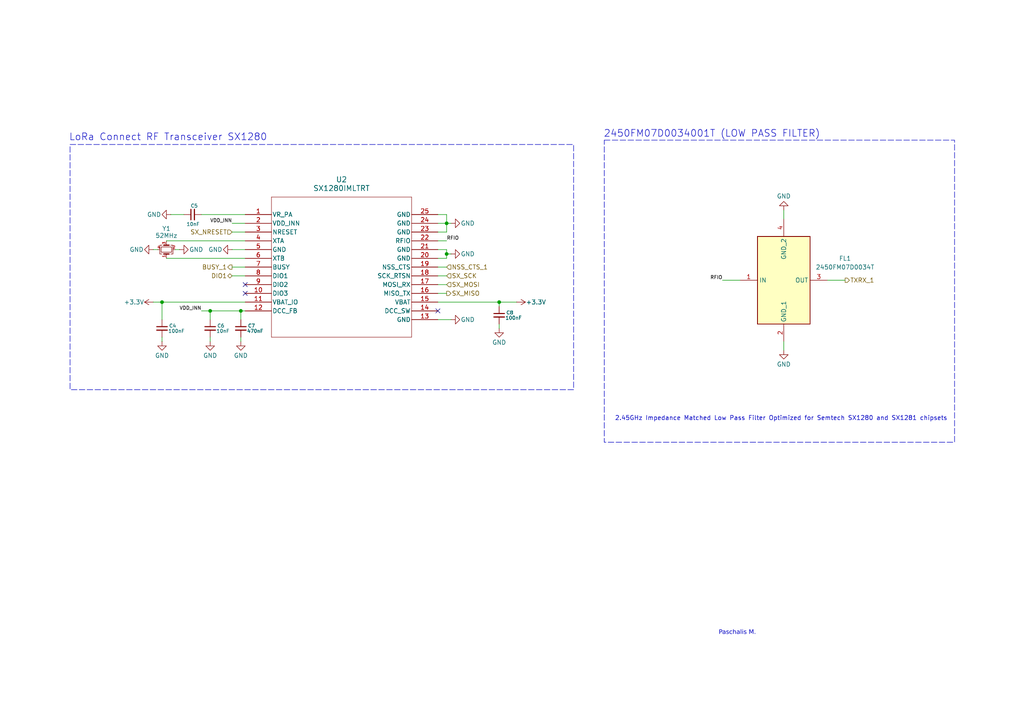
<source format=kicad_sch>
(kicad_sch (version 20231120) (generator "eeschema") (generator_version "8.0")
  (paper "A4")
  (title_block (title "SX1280") (date "2025-02-23") (rev "1.0") (company "https://github.com/Paschalis | TeodoraMiu") (comment 2 "capabilities in LoRa communication, making it ideal for reliable telemetry.") (comment 3 "The SX1280 is used for its long-range, low-power, and high-performance "))
  (lib_symbols
    (symbol "2450FM07D0034T:2450FM07D0034T"
      (property "Reference" "FL" (at 21.59 17.78 0))
      (property "Value" "2450FM07D0034T" (at 21.59 15.24 0))
      (symbol "2450FM07D0034T_1_1"
        (rectangle (start 5.08 12.7) (end 20.32 -12.7) (stroke (width 0.254)) (fill (type background)))
        (pin passive line (at 0 0 0) (length 5.08) (name "IN") (number "1"))
        (pin passive line (at 12.7 -17.78 90) (length 5.08) (name "GND_1") (number "2"))
        (pin passive line (at 25.4 0 180) (length 5.08) (name "OUT") (number "3"))
        (pin passive line (at 12.7 17.78 270) (length 5.08) (name "GND_2") (number "4"))
      )
    )
    (symbol "Device:C_Small" (pin_numbers hide) (pin_names (offset 0.254) hide)
      (property "Reference" "C" (at 0.254 1.778 0))
      (property "Value" "C_Small" (at 0.254 -2.032 0))
      (symbol "C_Small_0_1"
        (polyline (pts (xy -1.524 -0.508) (xy 1.524 -0.508)) (stroke (width 0.3302)))
        (polyline (pts (xy -1.524 0.508) (xy 1.524 0.508)) (stroke (width 0.3048)))
      )
      (symbol "C_Small_1_1"
        (pin passive line (at 0 2.54 270) (length 2.032) (name "~") (number "1"))
        (pin passive line (at 0 -2.54 90) (length 2.032) (name "~") (number "2"))
      )
    )
    (symbol "Device:Crystal_GND24_Small" (pin_names (offset 1.016) hide)
      (property "Reference" "Y" (at 1.27 4.445 0))
      (property "Value" "Crystal_GND24_Small" (at 1.27 2.54 0))
      (symbol "Crystal_GND24_Small_0_1"
        (rectangle (start -0.762 -1.524) (end 0.762 1.524))
        (polyline (pts (xy -1.27 -0.762) (xy -1.27 0.762)) (stroke (width 0.381)))
        (polyline (pts (xy 1.27 -0.762) (xy 1.27 0.762)) (stroke (width 0.381)))
        (polyline (pts (xy -1.27 -1.27) (xy -1.27 -1.905) (xy 1.27 -1.905) (xy 1.27 -1.27)))
        (polyline (pts (xy -1.27 1.27) (xy -1.27 1.905) (xy 1.27 1.905) (xy 1.27 1.27)))
      )
      (symbol "Crystal_GND24_Small_1_1"
        (pin passive line (at -2.54 0 0) (length 1.27) (name "1") (number "1"))
        (pin passive line (at 0 -2.54 90) (length 0.635) (name "2") (number "2"))
        (pin passive line (at 2.54 0 180) (length 1.27) (name "3") (number "3"))
        (pin passive line (at 0 2.54 270) (length 0.635) (name "4") (number "4"))
      )
    )
    (symbol "SX1280IMLTRT:SX1280IMLTRT" (pin_names (offset 0.254))
      (property "Reference" "U" (at 27.94 10.16 0))
      (property "Value" "SX1280IMLTRT" (at 27.94 7.62 0))
      (symbol "SX1280IMLTRT_0_1"
        (polyline (pts (xy 7.62 -35.56) (xy 48.26 -35.56)) (stroke (width 0.127)))
        (polyline (pts (xy 7.62 5.08) (xy 7.62 -35.56)) (stroke (width 0.127)))
        (polyline (pts (xy 48.26 -35.56) (xy 48.26 5.08)) (stroke (width 0.127)))
        (polyline (pts (xy 48.26 5.08) (xy 7.62 5.08)) (stroke (width 0.127)))
        (pin power_in line (at 0 0 0) (length 7.62) (name "VR_PA") (number "1"))
        (pin bidirectional line (at 0 -22.86 0) (length 7.62) (name "DIO3") (number "10"))
        (pin power_in line (at 0 -25.4 0) (length 7.62) (name "VBAT_IO") (number "11"))
        (pin output line (at 0 -27.94 0) (length 7.62) (name "DCC_FB") (number "12"))
        (pin power_out line (at 55.88 -30.48 180) (length 7.62) (name "GND") (number "13"))
        (pin output line (at 55.88 -27.94 180) (length 7.62) (name "DCC_SW") (number "14"))
        (pin power_in line (at 55.88 -25.4 180) (length 7.62) (name "VBAT") (number "15"))
        (pin output line (at 55.88 -22.86 180) (length 7.62) (name "MISO_TX") (number "16"))
        (pin input line (at 55.88 -20.32 180) (length 7.62) (name "MOSI_RX") (number "17"))
        (pin input line (at 55.88 -17.78 180) (length 7.62) (name "SCK_RTSN") (number "18"))
        (pin input line (at 55.88 -15.24 180) (length 7.62) (name "NSS_CTS") (number "19"))
        (pin power_in line (at 0 -2.54 0) (length 7.62) (name "VDD_INN") (number "2"))
        (pin power_out line (at 55.88 -12.7 180) (length 7.62) (name "GND") (number "20"))
        (pin power_out line (at 55.88 -10.16 180) (length 7.62) (name "GND") (number "21"))
        (pin bidirectional line (at 55.88 -7.62 180) (length 7.62) (name "RFIO") (number "22"))
        (pin power_out line (at 55.88 -5.08 180) (length 7.62) (name "GND") (number "23"))
        (pin power_out line (at 55.88 -2.54 180) (length 7.62) (name "GND") (number "24"))
        (pin power_out line (at 55.88 0 180) (length 7.62) (name "GND") (number "25"))
        (pin input line (at 0 -5.08 0) (length 7.62) (name "NRESET") (number "3"))
        (pin bidirectional line (at 0 -7.62 0) (length 7.62) (name "XTA") (number "4"))
        (pin power_out line (at 0 -10.16 0) (length 7.62) (name "GND") (number "5"))
        (pin bidirectional line (at 0 -12.7 0) (length 7.62) (name "XTB") (number "6"))
        (pin output line (at 0 -15.24 0) (length 7.62) (name "BUSY") (number "7"))
        (pin bidirectional line (at 0 -17.78 0) (length 7.62) (name "DIO1") (number "8"))
        (pin bidirectional line (at 0 -20.32 0) (length 7.62) (name "DIO2") (number "9"))
      )
    )
    (symbol "power:+3.3V" (power) (pin_numbers hide) (pin_names (offset 0) hide)
      (property "Value" "+3.3V" (at 0 3.556 0))
      (symbol "+3.3V_0_1"
        (polyline (pts (xy -0.762 1.27) (xy 0 2.54)))
        (polyline (pts (xy 0 0) (xy 0 2.54)))
        (polyline (pts (xy 0 2.54) (xy 0.762 1.27)))
      )
      (symbol "+3.3V_1_1"
        (pin power_in line (at 0 0 90) (length 0) (name "~") (number "1"))
      )
    )
    (symbol "power:GND" (power) (pin_numbers hide) (pin_names (offset 0) hide)
      (property "Value" "GND" (at 0 -3.81 0))
      (symbol "GND_0_1"
        (polyline (pts (xy 0 0) (xy 0 -1.27) (xy 1.27 -1.27) (xy 0 -2.54) (xy -1.27 -1.27) (xy 0 -1.27)))
      )
      (symbol "GND_1_1"
        (pin power_in line (at 0 0 270) (length 0) (name "~") (number "1"))
      )
    )
  )
  (junction (at 129.54 73.66))
  (junction (at 129.54 64.77))
  (junction (at 144.78 87.63))
  (junction (at 46.99 87.63))
  (junction (at 60.96 90.17))
  (junction (at 69.85 90.17))
  (no_connect (at 127 90.17))
  (no_connect (at 71.12 85.09))
  (no_connect (at 71.12 82.55))
  (wire (pts (xy 129.54 67.31) (xy 129.54 64.77)))
  (wire (pts (xy 60.96 90.17) (xy 69.85 90.17)))
  (wire (pts (xy 58.42 90.17) (xy 60.96 90.17)))
  (wire (pts (xy 144.78 87.63) (xy 144.78 88.9)))
  (wire (pts (xy 44.45 72.39) (xy 45.72 72.39)))
  (wire (pts (xy 127 67.31) (xy 129.54 67.31)))
  (wire (pts (xy 58.42 62.23) (xy 71.12 62.23)))
  (wire (pts (xy 127 87.63) (xy 144.78 87.63)))
  (wire (pts (xy 127 62.23) (xy 129.54 62.23)))
  (wire (pts (xy 69.85 90.17) (xy 71.12 90.17)))
  (wire (pts (xy 127 92.71) (xy 130.81 92.71)))
  (wire (pts (xy 227.33 60.96) (xy 227.33 63.5)))
  (wire (pts (xy 67.31 64.77) (xy 71.12 64.77)))
  (wire (pts (xy 209.55 81.28) (xy 214.63 81.28)))
  (wire (pts (xy 48.26 74.93) (xy 71.12 74.93)))
  (wire (pts (xy 67.31 77.47) (xy 71.12 77.47)))
  (wire (pts (xy 129.54 73.66) (xy 129.54 72.39)))
  (wire (pts (xy 144.78 93.98) (xy 144.78 95.25)))
  (wire (pts (xy 46.99 87.63) (xy 46.99 92.71)))
  (wire (pts (xy 46.99 87.63) (xy 71.12 87.63)))
  (wire (pts (xy 129.54 73.66) (xy 130.81 73.66)))
  (wire (pts (xy 127 74.93) (xy 129.54 74.93)))
  (wire (pts (xy 60.96 90.17) (xy 60.96 92.71)))
  (wire (pts (xy 144.78 87.63) (xy 149.86 87.63)))
  (wire (pts (xy 129.54 72.39) (xy 127 72.39)))
  (wire (pts (xy 127 64.77) (xy 129.54 64.77)))
  (wire (pts (xy 67.31 80.01) (xy 71.12 80.01)))
  (wire (pts (xy 48.26 69.85) (xy 71.12 69.85)))
  (wire (pts (xy 129.54 62.23) (xy 129.54 64.77)))
  (wire (pts (xy 60.96 97.79) (xy 60.96 99.06)))
  (wire (pts (xy 67.31 72.39) (xy 71.12 72.39)))
  (wire (pts (xy 127 85.09) (xy 129.54 85.09)))
  (wire (pts (xy 240.03 81.28) (xy 245.11 81.28)))
  (wire (pts (xy 69.85 90.17) (xy 69.85 92.71)))
  (wire (pts (xy 127 82.55) (xy 129.54 82.55)))
  (wire (pts (xy 127 69.85) (xy 129.54 69.85)))
  (wire (pts (xy 67.31 67.31) (xy 71.12 67.31)))
  (wire (pts (xy 227.33 99.06) (xy 227.33 101.6)))
  (wire (pts (xy 127 80.01) (xy 129.54 80.01)))
  (wire (pts (xy 129.54 74.93) (xy 129.54 73.66)))
  (wire (pts (xy 50.8 72.39) (xy 52.07 72.39)))
  (wire (pts (xy 129.54 64.77) (xy 130.81 64.77)))
  (wire (pts (xy 49.53 62.23) (xy 53.34 62.23)))
  (wire (pts (xy 127 77.47) (xy 129.54 77.47)))
  (wire (pts (xy 69.85 97.79) (xy 69.85 99.06)))
  (wire (pts (xy 44.45 87.63) (xy 46.99 87.63)))
  (wire (pts (xy 46.99 97.79) (xy 46.99 99.06)))
  (rectangle (start 175.26 40.64) (end 276.86 128.27) (stroke (width 0) (type dash)))
  (rectangle (start 20.32 41.91) (end 166.37 113.03) (stroke (width 0) (type dash)))
  (text "LoRa Connect RF Transceiver SX1280" (at 48.768 39.878 0) (effects (font (size 2 2))))
  (text "Paschalis M." (at 213.868 183.896 0) (effects (font (size 1.27 1.27))))
  (text "2.45GHz Impedance Matched Low Pass Filter Optimized for Semtech SX1280 and SX1281 chipsets" (at 226.568 121.412 0) (effects (font (size 1.27 1.27))))
  (text "2450FM07D0034001T (LOW PASS FILTER)" (at 206.502 38.862 0) (effects (font (size 2 2))))
  (label "RFIO" (at 209.55 81.28 180) (effects (font (size 1 1))))
  (label "VDD_INN" (at 58.42 90.17 180) (effects (font (size 1 1))))
  (label "VDD_INN" (at 67.31 64.77 180) (effects (font (size 1 1))))
  (label "RFIO" (at 129.54 69.85 0) (effects (font (size 1 1))))
  (hierarchical_label "SX_MISO" (shape output) (at 129.54 85.09 0))
  (hierarchical_label "DIO1" (shape bidirectional) (at 67.31 80.01 180))
  (hierarchical_label "SX_SCK" (shape input) (at 129.54 80.01 0))
  (hierarchical_label "NSS_CTS_1" (shape input) (at 129.54 77.47 0))
  (hierarchical_label "SX_MOSI" (shape input) (at 129.54 82.55 0))
  (hierarchical_label "SX_NRESET" (shape input) (at 67.31 67.31 180))
  (hierarchical_label "TXRX_1" (shape output) (at 245.11 81.28 0))
  (hierarchical_label "BUSY_1" (shape output) (at 67.31 77.47 180))
  (symbol (lib_id "power:GND") (at 49.53 62.23 270) (mirror x) (unit 1)
    (property "Reference" "#PWR16" (effects (hide yes)))
    (property "Value" "GND" (at 46.736 62.23 90) (effects (justify right)))
    (property "Description" "Power symbol creates a global label with name \"GND\" , ground" (effects (hide yes)))
  )
  (symbol (lib_id "power:+3.3V") (at 44.45 87.63 90) (mirror x) (unit 1)
    (property "Reference" "#PWR14" (effects (hide yes)))
    (property "Value" "+3.3V" (at 38.862 87.63 90))
    (property "Description" "Power symbol creates a global label with name \"+3.3V\"" (effects (hide yes)))
  )
  (symbol (lib_id "2450FM07D0034T:2450FM07D0034T") (at 214.63 81.28 0) (unit 1)
    (property "Reference" "FL1" (at 245.11 74.9614 0))
    (property "Value" "2450FM07D0034T" (at 245.11 77.5014 0))
    (property "Footprint" "2450FM07D0034T:2450FM07D0034T" (effects (hide yes)))
    (property "Datasheet" "https://www.mouser.co.uk/datasheet/2/611/2450FM07D0034-1375634.pdf" (effects (hide yes)))
    (property "Description" "Signal Conditioning Mini 2.45GHz Imped Matchd Frnt-End Fltr" (effects (hide yes)))
    (property "Height" "0.4" (effects (hide yes)))
    (property "Mouser Part Number" "609-2450FM07D0034T" (effects (hide yes)))
    (property "Mouser Price/Stock" "https://www.mouser.co.uk/ProductDetail/Johanson-Technology/2450FM07D0034T?qs=%252BEew9%252B0nqrBEY7VUloPs4Q%3D%3D" (effects (hide yes)))
    (property "Manufacturer_Name" "JOHANSON TECHNOLOGY" (effects (hide yes)))
    (property "Manufacturer_Part_Number" "2450FM07D0034T" (effects (hide yes)))
  )
  (symbol (lib_id "SX1280IMLTRT:SX1280IMLTRT") (at 71.12 62.23 0) (unit 1)
    (property "Reference" "U2" (at 99.06 52.07 0) (effects (font (size 1.524 1.524))))
    (property "Value" "SX1280IMLTRT" (at 99.06 54.61 0) (effects (font (size 1.524 1.524))))
    (property "Footprint" "SX1280IMLTRT:QFN24_4X4_SEM" (effects (hide yes)))
    (property "Datasheet" "SX1280IMLTRT" (effects (hide yes)))
  )
  (symbol (lib_id "power:GND") (at 69.85 99.06 0) (unit 1)
    (property "Reference" "#PWR20" (effects (hide yes)))
    (property "Value" "GND" (at 69.85 103.124 0))
    (property "Description" "Power symbol creates a global label with name \"GND\" , ground" (effects (hide yes)))
  )
  (symbol (lib_id "Device:Crystal_GND24_Small") (at 48.26 72.39 90) (unit 1)
    (property "Reference" "Y1" (at 48.26 66.294 90))
    (property "Value" "52MHz" (at 48.26 68.326 90))
    (property "Footprint" "Crystal:Crystal_SMD_2016-4Pin_2.0x1.6mm" (effects (hide yes)))
    (property "Description" "Four pin crystal, GND on pins 2 and 4, small symbol" (effects (hide yes)))
  )
  (symbol (lib_id "Device:C_Small") (at 55.88 62.23 90) (unit 1)
    (property "Reference" "C5" (at 57.404 59.69 90) (effects (font (size 1 1)) (justify left)))
    (property "Value" "10nF" (at 57.912 65.024 90) (effects (font (size 1 1)) (justify left)))
    (property "Footprint" "Capacitor_SMD:C_0603_1608Metric_Pad1.08x0.95mm_HandSolder" (effects (hide yes)))
    (property "Description" "Unpolarized capacitor, small symbol" (effects (hide yes)))
  )
  (symbol (lib_id "power:GND") (at 67.31 72.39 270) (mirror x) (unit 1)
    (property "Reference" "#PWR19" (effects (hide yes)))
    (property "Value" "GND" (at 64.516 72.39 90) (effects (justify right)))
    (property "Description" "Power symbol creates a global label with name \"GND\" , ground" (effects (hide yes)))
  )
  (symbol (lib_id "Device:C_Small") (at 69.85 95.25 0) (unit 1)
    (property "Reference" "C7" (at 71.882 94.488 0) (effects (font (size 1 1)) (justify left)))
    (property "Value" "470nF" (at 71.628 96.012 0) (effects (font (size 1 1)) (justify left)))
    (property "Footprint" "Capacitor_SMD:C_0603_1608Metric_Pad1.08x0.95mm_HandSolder" (effects (hide yes)))
    (property "Description" "Unpolarized capacitor, small symbol" (effects (hide yes)))
  )
  (symbol (lib_id "power:GND") (at 144.78 95.25 0) (unit 1)
    (property "Reference" "#PWR24" (effects (hide yes)))
    (property "Value" "GND" (at 144.78 99.314 0))
    (property "Description" "Power symbol creates a global label with name \"GND\" , ground" (effects (hide yes)))
  )
  (symbol (lib_id "power:GND") (at 130.81 92.71 90) (unit 1)
    (property "Reference" "#PWR23" (effects (hide yes)))
    (property "Value" "GND" (at 133.604 92.71 90) (effects (justify right)))
    (property "Description" "Power symbol creates a global label with name \"GND\" , ground" (effects (hide yes)))
  )
  (symbol (lib_id "power:GND") (at 227.33 101.6 0) (unit 1)
    (property "Reference" "#PWR27" (effects (hide yes)))
    (property "Value" "GND" (at 227.33 105.664 0))
    (property "Description" "Power symbol creates a global label with name \"GND\" , ground" (effects (hide yes)))
  )
  (symbol (lib_id "Device:C_Small") (at 60.96 95.25 0) (unit 1)
    (property "Reference" "C6" (at 62.992 94.488 0) (effects (font (size 1 1)) (justify left)))
    (property "Value" "10nF" (at 62.738 96.012 0) (effects (font (size 1 1)) (justify left)))
    (property "Footprint" "Capacitor_SMD:C_0603_1608Metric_Pad1.08x0.95mm_HandSolder" (effects (hide yes)))
    (property "Description" "Unpolarized capacitor, small symbol" (effects (hide yes)))
  )
  (symbol (lib_id "power:GND") (at 130.81 73.66 90) (unit 1)
    (property "Reference" "#PWR22" (effects (hide yes)))
    (property "Value" "GND" (at 133.604 73.66 90) (effects (justify right)))
    (property "Description" "Power symbol creates a global label with name \"GND\" , ground" (effects (hide yes)))
  )
  (symbol (lib_id "power:GND") (at 46.99 99.06 0) (unit 1)
    (property "Reference" "#PWR15" (effects (hide yes)))
    (property "Value" "GND" (at 46.99 103.124 0))
    (property "Description" "Power symbol creates a global label with name \"GND\" , ground" (effects (hide yes)))
  )
  (symbol (lib_id "power:GND") (at 52.07 72.39 90) (unit 1)
    (property "Reference" "#PWR17" (effects (hide yes)))
    (property "Value" "GND" (at 54.864 72.39 90) (effects (justify right)))
    (property "Description" "Power symbol creates a global label with name \"GND\" , ground" (effects (hide yes)))
  )
  (symbol (lib_id "power:GND") (at 60.96 99.06 0) (unit 1)
    (property "Reference" "#PWR18" (effects (hide yes)))
    (property "Value" "GND" (at 60.96 103.124 0))
    (property "Description" "Power symbol creates a global label with name \"GND\" , ground" (effects (hide yes)))
  )
  (symbol (lib_id "power:+3.3V") (at 149.86 87.63 270) (unit 1)
    (property "Reference" "#PWR25" (effects (hide yes)))
    (property "Value" "+3.3V" (at 155.448 87.63 90))
    (property "Description" "Power symbol creates a global label with name \"+3.3V\"" (effects (hide yes)))
  )
  (symbol (lib_id "power:GND") (at 227.33 60.96 0) (mirror x) (unit 1)
    (property "Reference" "#PWR26" (effects (hide yes)))
    (property "Value" "GND" (at 227.33 56.896 0))
    (property "Description" "Power symbol creates a global label with name \"GND\" , ground" (effects (hide yes)))
  )
  (symbol (lib_id "Device:C_Small") (at 144.78 91.44 0) (unit 1)
    (property "Reference" "C8" (at 146.812 90.678 0) (effects (font (size 1 1)) (justify left)))
    (property "Value" "100nF" (at 146.558 92.202 0) (effects (font (size 1 1)) (justify left)))
    (property "Footprint" "Capacitor_SMD:C_0603_1608Metric_Pad1.08x0.95mm_HandSolder" (effects (hide yes)))
    (property "Description" "Unpolarized capacitor, small symbol" (effects (hide yes)))
  )
  (symbol (lib_id "power:GND") (at 130.81 64.77 90) (unit 1)
    (property "Reference" "#PWR21" (effects (hide yes)))
    (property "Value" "GND" (at 133.604 64.77 90) (effects (justify right)))
    (property "Description" "Power symbol creates a global label with name \"GND\" , ground" (effects (hide yes)))
  )
  (symbol (lib_id "power:GND") (at 44.45 72.39 270) (mirror x) (unit 1)
    (property "Reference" "#PWR13" (effects (hide yes)))
    (property "Value" "GND" (at 41.656 72.39 90) (effects (justify right)))
    (property "Description" "Power symbol creates a global label with name \"GND\" , ground" (effects (hide yes)))
  )
  (symbol (lib_id "Device:C_Small") (at 46.99 95.25 0) (unit 1)
    (property "Reference" "C4" (at 49.022 94.488 0) (effects (font (size 1 1)) (justify left)))
    (property "Value" "100nF" (at 48.768 96.012 0) (effects (font (size 1 1)) (justify left)))
    (property "Footprint" "Capacitor_SMD:C_0603_1608Metric_Pad1.08x0.95mm_HandSolder" (effects (hide yes)))
    (property "Description" "Unpolarized capacitor, small symbol" (effects (hide yes)))
  )
)
</source>
